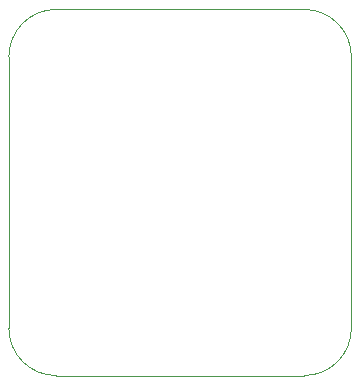
<source format=gbr>
%TF.GenerationSoftware,KiCad,Pcbnew,8.0.3*%
%TF.CreationDate,2024-08-02T11:09:55+07:00*%
%TF.ProjectId,waterleak V.1,77617465-726c-4656-916b-20562e312e6b,rev?*%
%TF.SameCoordinates,Original*%
%TF.FileFunction,Profile,NP*%
%FSLAX46Y46*%
G04 Gerber Fmt 4.6, Leading zero omitted, Abs format (unit mm)*
G04 Created by KiCad (PCBNEW 8.0.3) date 2024-08-02 11:09:55*
%MOMM*%
%LPD*%
G01*
G04 APERTURE LIST*
%TA.AperFunction,Profile*%
%ADD10C,0.050000*%
%TD*%
G04 APERTURE END LIST*
D10*
X99000000Y-56000000D02*
X99000000Y-79000000D01*
X95000000Y-52000000D02*
G75*
G02*
X99000000Y-56000000I0J-4000000D01*
G01*
X74000000Y-52000000D02*
X95000000Y-52000000D01*
X95000000Y-83000000D02*
X74000000Y-83000000D01*
X70000000Y-79000000D02*
X70000000Y-56000000D01*
X74000000Y-83000000D02*
G75*
G02*
X70000000Y-79000000I0J4000000D01*
G01*
X99000000Y-79000000D02*
G75*
G02*
X95000000Y-83000000I-4000000J0D01*
G01*
X70000000Y-56000000D02*
G75*
G02*
X74000000Y-52000000I4000000J0D01*
G01*
M02*

</source>
